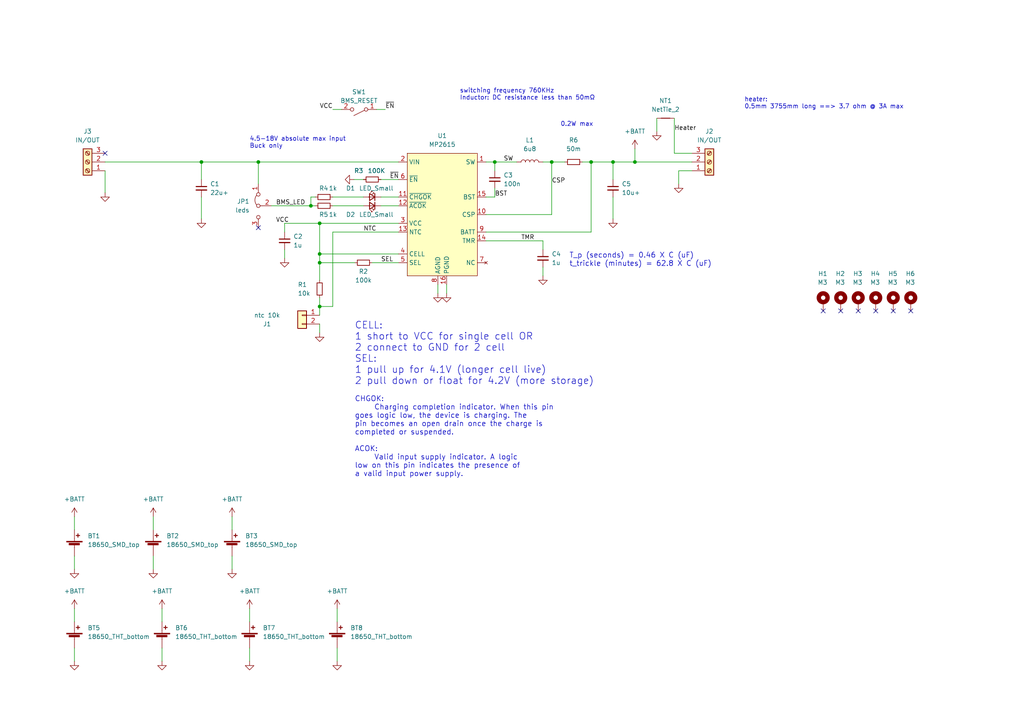
<source format=kicad_sch>
(kicad_sch (version 20211123) (generator eeschema)
  (paper "A4")
  (lib_symbols
    (symbol "Connector:Screw_Terminal_01x03" (pin_names (offset 1.016) hide)
      (property "Reference" "J" (at 0 5.08 0))
      (property "Value" "Screw_Terminal_01x03" (at 0 -5.08 0))
      (symbol "Screw_Terminal_01x03_1_1"
        (rectangle (start -1.27 3.81) (end 1.27 -3.81) (stroke (width 0.254)) (fill (type background)))
        (circle (center 0 -2.54) (radius 0.635) (stroke (width 0.1524)))
        (polyline (pts (xy -0.5334 -2.2098) (xy 0.3302 -3.048)) (stroke (width 0.1524)))
        (polyline (pts (xy -0.5334 0.3302) (xy 0.3302 -0.508)) (stroke (width 0.1524)))
        (polyline (pts (xy -0.5334 2.8702) (xy 0.3302 2.032)) (stroke (width 0.1524)))
        (polyline (pts (xy -0.3556 -2.032) (xy 0.508 -2.8702)) (stroke (width 0.1524)))
        (polyline (pts (xy -0.3556 0.508) (xy 0.508 -0.3302)) (stroke (width 0.1524)))
        (polyline (pts (xy -0.3556 3.048) (xy 0.508 2.2098)) (stroke (width 0.1524)))
        (circle (center 0 0) (radius 0.635) (stroke (width 0.1524)))
        (circle (center 0 2.54) (radius 0.635) (stroke (width 0.1524)))
        (pin passive line (at -5.08 2.54 0) (length 3.81) (name "Pin_1") (number "1"))
        (pin passive line (at -5.08 0 0) (length 3.81) (name "Pin_2") (number "2"))
        (pin passive line (at -5.08 -2.54 0) (length 3.81) (name "Pin_3") (number "3"))
      )
    )
    (symbol "Connector_Generic:Conn_01x02" (pin_names (offset 1.016) hide)
      (property "Reference" "J" (at 0 2.54 0))
      (property "Value" "Conn_01x02" (at 0 -5.08 0))
      (symbol "Conn_01x02_1_1"
        (rectangle (start -1.27 -2.413) (end 0 -2.667) (stroke (width 0.1524)))
        (rectangle (start -1.27 0.127) (end 0 -0.127) (stroke (width 0.1524)))
        (rectangle (start -1.27 1.27) (end 1.27 -3.81) (stroke (width 0.254)) (fill (type background)))
        (pin passive line (at -5.08 0 0) (length 3.81) (name "Pin_1") (number "1"))
        (pin passive line (at -5.08 -2.54 0) (length 3.81) (name "Pin_2") (number "2"))
      )
    )
    (symbol "Device:Battery_Cell" (pin_numbers hide) (pin_names (offset 0) hide)
      (property "Reference" "BT" (at 2.54 2.54 0))
      (property "Value" "Battery_Cell" (at 2.54 0 0))
      (symbol "Battery_Cell_0_1"
        (rectangle (start -2.286 1.778) (end 2.286 1.524) (fill (type outline)))
        (rectangle (start -1.5748 1.1938) (end 1.4732 0.6858) (fill (type outline)))
        (polyline (pts (xy 0 0.762) (xy 0 0)))
        (polyline (pts (xy 0 1.778) (xy 0 2.54)))
        (polyline (pts (xy 0.508 3.429) (xy 1.524 3.429)) (stroke (width 0.254)))
        (polyline (pts (xy 1.016 3.937) (xy 1.016 2.921)) (stroke (width 0.254)))
      )
      (symbol "Battery_Cell_1_1"
        (pin passive line (at 0 5.08 270) (length 2.54) (name "+") (number "1"))
        (pin passive line (at 0 -2.54 90) (length 2.54) (name "-") (number "2"))
      )
    )
    (symbol "Device:C_Small" (pin_numbers hide) (pin_names (offset 0.254) hide)
      (property "Reference" "C" (at 0.254 1.778 0))
      (property "Value" "C_Small" (at 0.254 -2.032 0))
      (symbol "C_Small_0_1"
        (polyline (pts (xy -1.524 -0.508) (xy 1.524 -0.508)) (stroke (width 0.3302)))
        (polyline (pts (xy -1.524 0.508) (xy 1.524 0.508)) (stroke (width 0.3048)))
      )
      (symbol "C_Small_1_1"
        (pin passive line (at 0 2.54 270) (length 2.032) (name "~") (number "1"))
        (pin passive line (at 0 -2.54 90) (length 2.032) (name "~") (number "2"))
      )
    )
    (symbol "Device:L" (pin_numbers hide) (pin_names (offset 1.016) hide)
      (property "Reference" "L" (at -1.27 0 90))
      (property "Value" "L" (at 1.905 0 90))
      (symbol "L_0_1"
        (arc (start 0 -2.54) (mid 0.635 -1.905) (end 0 -1.27))
        (arc (start 0 -1.27) (mid 0.635 -0.635) (end 0 0))
        (arc (start 0 0) (mid 0.635 0.635) (end 0 1.27))
        (arc (start 0 1.27) (mid 0.635 1.905) (end 0 2.54))
      )
      (symbol "L_1_1"
        (pin passive line (at 0 3.81 270) (length 1.27) (name "1") (number "1"))
        (pin passive line (at 0 -3.81 90) (length 1.27) (name "2") (number "2"))
      )
    )
    (symbol "Device:LED_Small" (pin_numbers hide) (pin_names (offset 0.254) hide)
      (property "Reference" "D" (at -1.27 3.175 0))
      (property "Value" "LED_Small" (at -4.445 -2.54 0))
      (symbol "LED_Small_0_1"
        (polyline (pts (xy -0.762 -1.016) (xy -0.762 1.016)) (stroke (width 0.254)))
        (polyline (pts (xy 1.016 0) (xy -0.762 0)))
        (polyline (pts (xy 0.762 -1.016) (xy -0.762 0) (xy 0.762 1.016) (xy 0.762 -1.016)) (stroke (width 0.254)))
        (polyline (pts (xy 0 0.762) (xy -0.508 1.27) (xy -0.254 1.27) (xy -0.508 1.27) (xy -0.508 1.016)))
        (polyline (pts (xy 0.508 1.27) (xy 0 1.778) (xy 0.254 1.778) (xy 0 1.778) (xy 0 1.524)))
      )
      (symbol "LED_Small_1_1"
        (pin passive line (at -2.54 0 0) (length 1.778) (name "K") (number "1"))
        (pin passive line (at 2.54 0 180) (length 1.778) (name "A") (number "2"))
      )
    )
    (symbol "Device:NetTie_2" (pin_numbers hide) (pin_names (offset 0) hide)
      (property "Reference" "NT" (at 0 1.27 0))
      (property "Value" "NetTie_2" (at 0 -1.27 0))
      (symbol "NetTie_2_0_1"
        (polyline (pts (xy -1.27 0) (xy 1.27 0)) (stroke (width 0.254)))
      )
      (symbol "NetTie_2_1_1"
        (pin passive line (at -2.54 0 0) (length 2.54) (name "1") (number "1"))
        (pin passive line (at 2.54 0 180) (length 2.54) (name "2") (number "2"))
      )
    )
    (symbol "Device:R_Small" (pin_numbers hide) (pin_names (offset 0.254) hide)
      (property "Reference" "R" (at 0.762 0.508 0))
      (property "Value" "R_Small" (at 0.762 -1.016 0))
      (symbol "R_Small_0_1"
        (rectangle (start -0.762 1.778) (end 0.762 -1.778) (stroke (width 0.2032)))
      )
      (symbol "R_Small_1_1"
        (pin passive line (at 0 2.54 270) (length 0.762) (name "~") (number "1"))
        (pin passive line (at 0 -2.54 90) (length 0.762) (name "~") (number "2"))
      )
    )
    (symbol "Jumper:Jumper_3_Bridged12" (pin_names (offset 0) hide)
      (property "Reference" "JP" (at -2.54 -2.54 0))
      (property "Value" "Jumper_3_Bridged12" (at 0 2.794 0))
      (symbol "Jumper_3_Bridged12_0_0"
        (circle (center -3.302 0) (radius 0.508))
        (circle (center 0 0) (radius 0.508))
        (circle (center 3.302 0) (radius 0.508))
      )
      (symbol "Jumper_3_Bridged12_0_1"
        (arc (start -0.254 0.508) (mid -1.651 0.9912) (end -3.048 0.508))
        (polyline (pts (xy 0 -1.27) (xy 0 -0.508)))
      )
      (symbol "Jumper_3_Bridged12_1_1"
        (pin passive line (at -6.35 0 0) (length 2.54) (name "A") (number "1"))
        (pin passive line (at 0 -3.81 90) (length 2.54) (name "C") (number "2"))
        (pin passive line (at 6.35 0 180) (length 2.54) (name "B") (number "3"))
      )
    )
    (symbol "Mechanical:MountingHole_Pad" (pin_numbers hide) (pin_names (offset 1.016) hide)
      (property "Reference" "H" (at 0 6.35 0))
      (property "Value" "MountingHole_Pad" (at 0 4.445 0))
      (symbol "MountingHole_Pad_0_1"
        (circle (center 0 1.27) (radius 1.27) (stroke (width 1.27)))
      )
      (symbol "MountingHole_Pad_1_1"
        (pin input line (at 0 -2.54 90) (length 2.54) (name "1") (number "1"))
      )
    )
    (symbol "My_custom_lib:MP2615"
      (property "Reference" "U" (at 0 22.86 0))
      (property "Value" "MP2615" (at 0 20.32 0))
      (symbol "MP2615_0_1"
        (rectangle (start -10.16 17.78) (end 10.16 -17.78) (fill (type background)))
      )
      (symbol "MP2615_1_1"
        (pin power_out line (at 12.7 15.24 180) (length 2.54) (name "SW") (number "1"))
        (pin input line (at 12.7 0 180) (length 2.54) (name "CSP") (number "10"))
        (pin input line (at -12.7 5.08 0) (length 2.54) (name "~{CHGOK}") (number "11"))
        (pin input line (at -12.7 2.54 0) (length 2.54) (name "~{ACOK}") (number "12"))
        (pin input line (at -12.7 -5.08 0) (length 2.54) (name "NTC") (number "13"))
        (pin input line (at 12.7 -7.62 180) (length 2.54) (name "TMR") (number "14"))
        (pin input line (at 12.7 5.08 180) (length 2.54) (name "BST") (number "15"))
        (pin power_in line (at 1.27 -20.32 90) (length 2.54) (name "PGND") (number "16"))
        (pin power_in line (at -12.7 15.24 0) (length 2.54) (name "VIN") (number "2"))
        (pin power_out line (at -12.7 -2.54 0) (length 2.54) (name "VCC") (number "3"))
        (pin input line (at -12.7 -11.43 0) (length 2.54) (name "CELL") (number "4"))
        (pin input line (at -12.7 -13.97 0) (length 2.54) (name "SEL") (number "5"))
        (pin input line (at -12.7 10.16 0) (length 2.54) (name "~{EN}") (number "6"))
        (pin no_connect line (at 12.7 -13.97 180) (length 2.54) (name "NC") (number "7"))
        (pin power_in line (at -1.27 -20.32 90) (length 2.54) (name "AGND") (number "8"))
        (pin input line (at 12.7 -5.08 180) (length 2.54) (name "BATT") (number "9"))
      )
    )
    (symbol "Switch:SW_SPST" (pin_names (offset 0) hide)
      (property "Reference" "SW" (at 0 3.175 0))
      (property "Value" "SW_SPST" (at 0 -2.54 0))
      (symbol "SW_SPST_0_0"
        (circle (center -2.032 0) (radius 0.508))
        (polyline (pts (xy -1.524 0.254) (xy 1.524 1.778)))
        (circle (center 2.032 0) (radius 0.508))
      )
      (symbol "SW_SPST_1_1"
        (pin passive line (at -5.08 0 0) (length 2.54) (name "A") (number "1"))
        (pin passive line (at 5.08 0 180) (length 2.54) (name "B") (number "2"))
      )
    )
    (symbol "power:+BATT" (power) (pin_names (offset 0))
      (property "Value" "+BATT" (at 0 3.556 0))
      (symbol "+BATT_0_1"
        (polyline (pts (xy -0.762 1.27) (xy 0 2.54)))
        (polyline (pts (xy 0 0) (xy 0 2.54)))
        (polyline (pts (xy 0 2.54) (xy 0.762 1.27)))
      )
      (symbol "+BATT_1_1"
        (pin power_in line (at 0 0 90) (length 0) hide (name "+BATT") (number "1"))
      )
    )
    (symbol "power:GND" (power) (pin_names (offset 0))
      (property "Value" "GND" (at 0 -3.81 0))
      (symbol "GND_0_1"
        (polyline (pts (xy 0 0) (xy 0 -1.27) (xy 1.27 -1.27) (xy 0 -2.54) (xy -1.27 -1.27) (xy 0 -1.27)))
      )
      (symbol "GND_1_1"
        (pin power_in line (at 0 0 270) (length 0) hide (name "GND") (number "1"))
      )
    )
  )
  (junction (at 92.71 88.9))
  (junction (at 92.71 64.77))
  (junction (at 171.45 46.99))
  (junction (at 74.93 46.99))
  (junction (at 160.02 46.99))
  (junction (at 92.71 76.2))
  (junction (at 92.71 73.66))
  (junction (at 143.51 46.99))
  (junction (at 177.8 46.99))
  (junction (at 58.42 46.99))
  (junction (at 184.15 46.99))
  (junction (at 90.17 59.69))
  (no_connect (at 30.48 44.45))
  (no_connect (at 74.93 66.04))
  (no_connect (at 254 90.17))
  (no_connect (at 259.08 90.17))
  (no_connect (at 264.16 90.17))
  (no_connect (at 238.76 90.17))
  (no_connect (at 243.84 90.17))
  (no_connect (at 248.92 90.17))
  (wire (pts (xy 46.99 176.53) (xy 46.99 180.34)))
  (wire (pts (xy 184.15 46.99) (xy 200.66 46.99)))
  (wire (pts (xy 171.45 46.99) (xy 171.45 67.31)))
  (wire (pts (xy 21.59 176.53) (xy 21.59 180.34)))
  (wire (pts (xy 46.99 187.96) (xy 46.99 191.77)))
  (wire (pts (xy 196.85 49.53) (xy 196.85 53.34)))
  (wire (pts (xy 171.45 46.99) (xy 177.8 46.99)))
  (wire (pts (xy 92.71 64.77) (xy 115.57 64.77)))
  (wire (pts (xy 92.71 93.98) (xy 92.71 96.52)))
  (wire (pts (xy 30.48 49.53) (xy 30.48 55.88)))
  (wire (pts (xy 110.49 57.15) (xy 115.57 57.15)))
  (wire (pts (xy 109.22 31.75) (xy 111.76 31.75)))
  (wire (pts (xy 157.48 72.39) (xy 157.48 69.85)))
  (wire (pts (xy 78.74 59.69) (xy 90.17 59.69)))
  (wire (pts (xy 21.59 187.96) (xy 21.59 191.77)))
  (wire (pts (xy 110.49 52.07) (xy 115.57 52.07)))
  (wire (pts (xy 92.71 76.2) (xy 92.71 81.28)))
  (wire (pts (xy 160.02 46.99) (xy 163.83 46.99)))
  (wire (pts (xy 92.71 88.9) (xy 96.52 88.9)))
  (wire (pts (xy 58.42 46.99) (xy 74.93 46.99)))
  (wire (pts (xy 168.91 46.99) (xy 171.45 46.99)))
  (wire (pts (xy 44.45 161.29) (xy 44.45 165.1)))
  (wire (pts (xy 44.45 149.86) (xy 44.45 153.67)))
  (wire (pts (xy 157.48 77.47) (xy 157.48 80.01)))
  (wire (pts (xy 127 82.55) (xy 127 85.09)))
  (wire (pts (xy 96.52 59.69) (xy 105.41 59.69)))
  (wire (pts (xy 21.59 161.29) (xy 21.59 165.1)))
  (wire (pts (xy 177.8 46.99) (xy 177.8 52.07)))
  (wire (pts (xy 195.58 34.29) (xy 195.58 44.45)))
  (wire (pts (xy 96.52 31.75) (xy 99.06 31.75)))
  (wire (pts (xy 96.52 67.31) (xy 115.57 67.31)))
  (wire (pts (xy 90.17 57.15) (xy 90.17 59.69)))
  (wire (pts (xy 107.95 76.2) (xy 115.57 76.2)))
  (wire (pts (xy 177.8 46.99) (xy 184.15 46.99)))
  (wire (pts (xy 97.79 176.53) (xy 97.79 180.34)))
  (wire (pts (xy 67.31 161.29) (xy 67.31 165.1)))
  (wire (pts (xy 30.48 46.99) (xy 58.42 46.99)))
  (wire (pts (xy 92.71 76.2) (xy 102.87 76.2)))
  (wire (pts (xy 157.48 46.99) (xy 160.02 46.99)))
  (wire (pts (xy 143.51 57.15) (xy 143.51 54.61)))
  (wire (pts (xy 102.6596 52.07) (xy 105.41 52.07)))
  (wire (pts (xy 200.66 49.53) (xy 196.85 49.53)))
  (wire (pts (xy 195.58 44.45) (xy 200.66 44.45)))
  (wire (pts (xy 129.54 82.55) (xy 129.54 85.09)))
  (wire (pts (xy 82.55 67.31) (xy 82.55 64.77)))
  (wire (pts (xy 92.71 73.66) (xy 115.57 73.66)))
  (wire (pts (xy 58.42 46.99) (xy 58.42 52.07)))
  (wire (pts (xy 140.97 46.99) (xy 143.51 46.99)))
  (wire (pts (xy 140.97 57.15) (xy 143.51 57.15)))
  (wire (pts (xy 72.39 176.53) (xy 72.39 180.34)))
  (wire (pts (xy 190.5 34.29) (xy 190.5 38.1)))
  (wire (pts (xy 140.97 62.23) (xy 160.02 62.23)))
  (wire (pts (xy 74.93 53.34) (xy 74.93 46.99)))
  (wire (pts (xy 143.51 49.53) (xy 143.51 46.99)))
  (wire (pts (xy 92.71 88.9) (xy 92.71 86.36)))
  (wire (pts (xy 140.97 69.85) (xy 157.48 69.85)))
  (wire (pts (xy 82.55 72.39) (xy 82.55 74.93)))
  (wire (pts (xy 58.42 57.15) (xy 58.42 63.5)))
  (wire (pts (xy 92.71 91.44) (xy 92.71 88.9)))
  (wire (pts (xy 92.71 73.66) (xy 92.71 76.2)))
  (wire (pts (xy 82.55 64.77) (xy 92.71 64.77)))
  (wire (pts (xy 67.31 149.86) (xy 67.31 153.67)))
  (wire (pts (xy 184.15 43.18) (xy 184.15 46.99)))
  (wire (pts (xy 171.45 67.31) (xy 140.97 67.31)))
  (wire (pts (xy 90.17 59.69) (xy 91.44 59.69)))
  (wire (pts (xy 96.52 67.31) (xy 96.52 88.9)))
  (wire (pts (xy 110.49 59.69) (xy 115.57 59.69)))
  (wire (pts (xy 177.8 57.15) (xy 177.8 63.5)))
  (wire (pts (xy 74.93 46.99) (xy 115.57 46.99)))
  (wire (pts (xy 143.51 46.99) (xy 149.86 46.99)))
  (wire (pts (xy 96.52 57.15) (xy 105.41 57.15)))
  (wire (pts (xy 160.02 62.23) (xy 160.02 46.99)))
  (wire (pts (xy 91.44 57.15) (xy 90.17 57.15)))
  (wire (pts (xy 97.79 187.96) (xy 97.79 191.77)))
  (wire (pts (xy 21.59 149.86) (xy 21.59 153.67)))
  (wire (pts (xy 72.39 187.96) (xy 72.39 191.77)))
  (wire (pts (xy 92.71 64.77) (xy 92.71 73.66)))
  (text "0.2W max" (at 162.56 36.83 0) (effects (font (size 1.27 1.27)) (justify left bottom)))
  (text "heater: \n0.5mm 3755mm long ==> 3.7 ohm @ 3A max" (at 215.9 31.75 0) (effects (font (size 1.27 1.27)) (justify left bottom)))
  (text "T_p (seconds) = 0.46 X C (uF)\nt_trickle (minutes) = 62.8 X C (uF)" (at 165.1 77.47 0) (effects (font (size 1.5 1.5)) (justify left bottom)))
  (text "4.5-18V absolute max input\nBuck only" (at 72.39 43.18 0) (effects (font (size 1.27 1.27)) (justify left bottom)))
  (text "switching frequency 760KHz\nInductor: DC resistance less than 50mΩ" (at 133.35 29.21 0) (effects (font (size 1.27 1.27)) (justify left bottom)))
  (text "CELL:\n1 short to VCC for single cell OR\n2 connect to GND for 2 cell\nSEL:\n1 pull up for 4.1V (longer cell live) \n2 pull down or float for 4.2V (more storage)\n" (at 102.87 111.76 0) (effects (font (size 2 2)) (justify left bottom)))
  (text "CHGOK:\n	Charging completion indicator. When this pin\ngoes logic low, the device is charging. The\npin becomes an open drain once the charge is\ncompleted or suspended.\n\nACOK:\n	Valid input supply indicator. A logic\nlow on this pin indicates the presence of\na valid input power supply." (at 102.87 138.43 0) (effects (font (size 1.5 1.5)) (justify left bottom)))
  (label "TMR" (at 151.13 69.85 0))
  (label "SEL" (at 110.49 76.2 0))
  (label "NTC" (at 105.41 67.31 0))
  (label "~{EN}" (at 111.76 31.75 0))
  (label "SW" (at 146.05 46.99 0))
  (label "VCC" (at 96.52 31.75 180))
  (label "BMS_LED" (at 80.01 59.69 0))
  (label "CSP" (at 160.02 53.34 0))
  (label "~{EN}" (at 113.03 52.07 0))
  (label "VCC" (at 83.82 64.77 180))
  (label "BST" (at 143.51 57.15 0))
  (label "Heater" (at 195.58 38.1 0))
  (symbol (lib_id "Switch:SW_SPST") (at 104.14 31.75 180) (unit 1)
    (property "Reference" "SW1" (at 104.14 26.67 0))
    (property "Value" "BMS_RESET" (at 104.14 29.21 0))
    (property "Footprint" "SamacSys_Parts:PTS526SK15SMTR2LFS" (effects hide))
  )
  (symbol (lib_id "Mechanical:MountingHole_Pad") (at 248.92 87.63 0) (unit 1) (in_bom no)
    (property "Reference" "H3" (at 250.19 79.375 0) (effects (justify right)))
    (property "Value" "M3" (at 250.19 81.915 0) (effects (justify right)))
    (property "Footprint" "MountingHole:MountingHole_3.2mm_M3_ISO7380_Pad_TopBottom" (effects hide))
  )
  (symbol (lib_id "power:GND") (at 67.31 165.1 0) (unit 1)
    (property "Reference" "#PWR0116" (effects hide))
    (property "Value" "GND" (effects hide))
  )
  (symbol (lib_id "Device:Battery_Cell") (at 21.59 158.75 0) (unit 1)
    (property "Reference" "BT1" (at 25.4 155.4479 0) (effects (justify left)))
    (property "Value" "18650_SMD_top" (at 25.4 157.9879 0) (effects (justify left)))
    (property "Footprint" "Z_mycustom_footprint_lib:MYOUNG BH 18650 B1BA002" (effects hide))
  )
  (symbol (lib_id "Device:Battery_Cell") (at 44.45 158.75 0) (unit 1)
    (property "Reference" "BT2" (at 48.26 155.4479 0) (effects (justify left)))
    (property "Value" "18650_SMD_top" (at 48.26 157.9879 0) (effects (justify left)))
    (property "Footprint" "Z_mycustom_footprint_lib:MYOUNG BH 18650 B1BA002" (effects hide))
  )
  (symbol (lib_id "power:GND") (at 72.39 191.77 0) (unit 1)
    (property "Reference" "#PWR0125" (effects hide))
    (property "Value" "GND" (effects hide))
  )
  (symbol (lib_id "power:GND") (at 157.48 80.01 0) (unit 1)
    (property "Reference" "#PWR0102" (effects hide))
    (property "Value" "GND" (effects hide))
  )
  (symbol (lib_id "power:GND") (at 102.6596 52.07 270) (unit 1)
    (property "Reference" "#PWR0105" (effects hide))
    (property "Value" "GND" (effects hide))
  )
  (symbol (lib_id "Mechanical:MountingHole_Pad") (at 238.76 87.63 0) (unit 1) (in_bom no)
    (property "Reference" "H1" (at 240.03 79.375 0) (effects (justify right)))
    (property "Value" "M3" (at 240.03 81.915 0) (effects (justify right)))
    (property "Footprint" "MountingHole:MountingHole_3.2mm_M3_ISO7380_Pad_TopBottom" (effects hide))
  )
  (symbol (lib_id "Device:R_Small") (at 92.71 83.82 180) (unit 1)
    (property "Reference" "R1" (at 86.36 82.55 0) (effects (justify right)))
    (property "Value" "10k" (at 86.36 85.09 0) (effects (justify right)))
    (property "Footprint" "Resistor_SMD:R_0603_1608Metric_Pad0.98x0.95mm_HandSolder" (effects hide))
  )
  (symbol (lib_id "Device:C_Small") (at 177.8 54.61 0) (unit 1)
    (property "Reference" "C5" (at 180.34 53.3462 0) (effects (justify left)))
    (property "Value" "10u+" (at 180.34 55.8862 0) (effects (justify left)))
    (property "Footprint" "Capacitor_SMD:C_0603_1608Metric_Pad1.08x0.95mm_HandSolder" (effects hide))
  )
  (symbol (lib_id "Device:R_Small") (at 107.95 52.07 270) (unit 1)
    (property "Reference" "R3" (at 105.41 49.53 90) (effects (justify right)))
    (property "Value" "100K" (at 111.76 49.53 90) (effects (justify right)))
    (property "Footprint" "Resistor_SMD:R_0603_1608Metric_Pad0.98x0.95mm_HandSolder" (effects hide))
  )
  (symbol (lib_id "Jumper:Jumper_3_Bridged12") (at 74.93 59.69 90) (mirror x) (unit 1) (in_bom no)
    (property "Reference" "JP1" (at 72.39 58.4199 90) (effects (justify left)))
    (property "Value" "leds" (at 72.39 60.9599 90) (effects (justify left)))
    (property "Footprint" "Connector_PinHeader_2.54mm:PinHeader_1x03_P2.54mm_Vertical" (effects hide))
  )
  (symbol (lib_id "power:GND") (at 82.55 74.93 0) (unit 1)
    (property "Reference" "#PWR0106" (effects hide))
    (property "Value" "GND" (effects hide))
  )
  (symbol (lib_id "Device:Battery_Cell") (at 21.59 185.42 0) (unit 1)
    (property "Reference" "BT5" (at 25.4 182.1179 0) (effects (justify left)))
    (property "Value" "18650_THT_bottom" (at 25.4 184.6579 0) (effects (justify left)))
    (property "Footprint" "Z_mycustom_footprint_lib:MYOUNG MY-18650-01" (effects hide))
  )
  (symbol (lib_id "Device:C_Small") (at 58.42 54.61 0) (unit 1)
    (property "Reference" "C1" (at 60.96 53.3462 0) (effects (justify left)))
    (property "Value" "22u+" (at 60.96 55.8862 0) (effects (justify left)))
    (property "Footprint" "Capacitor_SMD:C_0603_1608Metric_Pad1.08x0.95mm_HandSolder" (effects hide))
  )
  (symbol (lib_id "Device:LED_Small") (at 107.95 59.69 180) (unit 1)
    (property "Reference" "D2" (at 100.33 62.23 0) (effects (justify right)))
    (property "Value" "LED_Small" (at 104.14 62.23 0) (effects (justify right)))
    (property "Footprint" "LED_SMD:LED_0603_1608Metric_Pad1.05x0.95mm_HandSolder" (effects hide))
  )
  (symbol (lib_id "Mechanical:MountingHole_Pad") (at 259.08 87.63 0) (unit 1) (in_bom no)
    (property "Reference" "H5" (at 260.35 79.375 0) (effects (justify right)))
    (property "Value" "M3" (at 260.35 81.915 0) (effects (justify right)))
    (property "Footprint" "MountingHole:MountingHole_3.2mm_M3_ISO7380_Pad_TopBottom" (effects hide))
  )
  (symbol (lib_id "power:GND") (at 21.59 165.1 0) (unit 1)
    (property "Reference" "#PWR0112" (effects hide))
    (property "Value" "GND" (effects hide))
  )
  (symbol (lib_id "Mechanical:MountingHole_Pad") (at 264.16 87.63 0) (unit 1) (in_bom no)
    (property "Reference" "H6" (at 265.43 79.375 0) (effects (justify right)))
    (property "Value" "M3" (at 265.43 81.915 0) (effects (justify right)))
    (property "Footprint" "MountingHole:MountingHole_3.2mm_M3_ISO7380_Pad_TopBottom" (effects hide))
  )
  (symbol (lib_id "Device:C_Small") (at 143.51 52.07 0) (unit 1)
    (property "Reference" "C3" (at 146.05 50.8062 0) (effects (justify left)))
    (property "Value" "100n" (at 146.05 53.3462 0) (effects (justify left)))
    (property "Footprint" "Capacitor_SMD:C_0603_1608Metric_Pad1.08x0.95mm_HandSolder" (effects hide))
  )
  (symbol (lib_id "Device:R_Small") (at 105.41 76.2 90) (unit 1)
    (property "Reference" "R2" (at 105.41 78.74 90))
    (property "Value" "100k" (at 105.41 81.28 90))
    (property "Footprint" "Resistor_SMD:R_0603_1608Metric_Pad0.98x0.95mm_HandSolder" (effects hide))
  )
  (symbol (lib_id "power:GND") (at 196.85 53.34 0) (unit 1)
    (property "Reference" "#PWR0110" (effects hide))
    (property "Value" "GND" (effects hide))
  )
  (symbol (lib_id "My_custom_lib:MP2615") (at 128.27 62.23 0) (unit 1)
    (property "Reference" "U1" (at 128.27 39.37 0))
    (property "Value" "MP2615" (at 128.27 41.91 0))
    (property "Footprint" "SamacSys_Parts:MP2615GQZ" (effects hide))
  )
  (symbol (lib_id "power:GND") (at 21.59 191.77 0) (unit 1)
    (property "Reference" "#PWR0120" (effects hide))
    (property "Value" "GND" (effects hide))
  )
  (symbol (lib_id "Device:Battery_Cell") (at 46.99 185.42 0) (unit 1)
    (property "Reference" "BT6" (at 50.8 182.1179 0) (effects (justify left)))
    (property "Value" "18650_THT_bottom" (at 50.8 184.6579 0) (effects (justify left)))
    (property "Footprint" "Z_mycustom_footprint_lib:MYOUNG MY-18650-01" (effects hide))
  )
  (symbol (lib_id "Device:Battery_Cell") (at 97.79 185.42 0) (unit 1)
    (property "Reference" "BT8" (at 101.6 182.1179 0) (effects (justify left)))
    (property "Value" "18650_THT_bottom" (at 101.6 184.6579 0) (effects (justify left)))
    (property "Footprint" "Z_mycustom_footprint_lib:MYOUNG MY-18650-01" (effects hide))
  )
  (symbol (lib_id "power:+BATT") (at 46.99 176.53 0) (unit 1)
    (property "Reference" "#PWR0123" (effects hide))
    (property "Value" "+BATT" (at 46.99 171.45 0))
  )
  (symbol (lib_id "power:GND") (at 129.54 85.09 0) (unit 1)
    (property "Reference" "#PWR0104" (effects hide))
    (property "Value" "GND" (effects hide))
  )
  (symbol (lib_id "power:+BATT") (at 21.59 176.53 0) (unit 1)
    (property "Reference" "#PWR0121" (effects hide))
    (property "Value" "+BATT" (at 21.59 171.45 0))
  )
  (symbol (lib_id "Connector:Screw_Terminal_01x03") (at 205.74 46.99 0) (mirror x) (unit 1)
    (property "Reference" "J2" (at 205.74 38.1 0))
    (property "Value" "IN/OUT" (at 205.74 40.64 0))
    (property "Footprint" "TerminalBlock:TerminalBlock_Altech_AK300-3_P5.00mm" (effects hide))
  )
  (symbol (lib_id "Device:C_Small") (at 82.55 69.85 0) (unit 1)
    (property "Reference" "C2" (at 85.09 68.5862 0) (effects (justify left)))
    (property "Value" "1u" (at 85.09 71.1262 0) (effects (justify left)))
    (property "Footprint" "Capacitor_SMD:C_0603_1608Metric_Pad1.08x0.95mm_HandSolder" (effects hide))
  )
  (symbol (lib_id "power:GND") (at 177.8 63.5 0) (unit 1)
    (property "Reference" "#PWR0109" (effects hide))
    (property "Value" "GND" (effects hide))
  )
  (symbol (lib_id "Device:Battery_Cell") (at 72.39 185.42 0) (unit 1)
    (property "Reference" "BT7" (at 76.2 182.1179 0) (effects (justify left)))
    (property "Value" "18650_THT_bottom" (at 76.2 184.6579 0) (effects (justify left)))
    (property "Footprint" "Z_mycustom_footprint_lib:MYOUNG MY-18650-01" (effects hide))
  )
  (symbol (lib_id "Connector_Generic:Conn_01x02") (at 87.63 91.44 0) (mirror y) (unit 1)
    (property "Reference" "J1" (at 77.47 93.98 0))
    (property "Value" "ntc 10k" (at 77.47 91.44 0))
    (property "Footprint" "Connector_PinSocket_2.54mm:PinSocket_1x02_P2.54mm_Vertical" (effects hide))
  )
  (symbol (lib_id "Device:R_Small") (at 93.98 57.15 270) (unit 1)
    (property "Reference" "R4" (at 95.25 54.6101 90) (effects (justify right)))
    (property "Value" "1k" (at 97.79 54.61 90) (effects (justify right)))
    (property "Footprint" "Resistor_SMD:R_0603_1608Metric_Pad0.98x0.95mm_HandSolder" (effects hide))
  )
  (symbol (lib_id "Mechanical:MountingHole_Pad") (at 243.84 87.63 0) (unit 1) (in_bom no)
    (property "Reference" "H2" (at 245.11 79.375 0) (effects (justify right)))
    (property "Value" "M3" (at 245.11 81.915 0) (effects (justify right)))
    (property "Footprint" "MountingHole:MountingHole_3.2mm_M3_ISO7380_Pad_TopBottom" (effects hide))
  )
  (symbol (lib_id "Device:C_Small") (at 157.48 74.93 0) (unit 1)
    (property "Reference" "C4" (at 160.02 73.6662 0) (effects (justify left)))
    (property "Value" "1u" (at 160.02 76.2062 0) (effects (justify left)))
    (property "Footprint" "Capacitor_SMD:C_0603_1608Metric_Pad1.08x0.95mm_HandSolder" (effects hide))
  )
  (symbol (lib_id "power:GND") (at 127 85.09 0) (unit 1)
    (property "Reference" "#PWR0103" (effects hide))
    (property "Value" "GND" (effects hide))
  )
  (symbol (lib_id "power:GND") (at 92.71 96.52 0) (unit 1)
    (property "Reference" "#PWR0108" (effects hide))
    (property "Value" "GND" (effects hide))
  )
  (symbol (lib_id "power:GND") (at 30.48 55.88 0) (unit 1)
    (property "Reference" "#PWR0111" (effects hide))
    (property "Value" "GND" (effects hide))
  )
  (symbol (lib_id "Device:Battery_Cell") (at 67.31 158.75 0) (unit 1)
    (property "Reference" "BT3" (at 71.12 155.4479 0) (effects (justify left)))
    (property "Value" "18650_SMD_top" (at 71.12 157.9879 0) (effects (justify left)))
    (property "Footprint" "Z_mycustom_footprint_lib:MYOUNG BH 18650 B1BA002" (effects hide))
  )
  (symbol (lib_id "power:+BATT") (at 184.15 43.18 0) (unit 1)
    (property "Reference" "#PWR0101" (effects hide))
    (property "Value" "+BATT" (at 184.15 38.1 0))
  )
  (symbol (lib_id "Device:L") (at 153.67 46.99 90) (unit 1)
    (property "Reference" "L1" (at 153.67 40.64 90))
    (property "Value" "6u8" (at 153.67 43.18 90))
    (property "Footprint" "Z_mycustom_footprint_lib:inductor 6x6mm" (effects hide))
  )
  (symbol (lib_id "Mechanical:MountingHole_Pad") (at 254 87.63 0) (unit 1) (in_bom no)
    (property "Reference" "H4" (at 255.27 79.375 0) (effects (justify right)))
    (property "Value" "M3" (at 255.27 81.915 0) (effects (justify right)))
    (property "Footprint" "MountingHole:MountingHole_3.2mm_M3_ISO7380_Pad_TopBottom" (effects hide))
  )
  (symbol (lib_id "power:+BATT") (at 21.59 149.86 0) (unit 1)
    (property "Reference" "#PWR0113" (effects hide))
    (property "Value" "+BATT" (at 21.59 144.78 0))
  )
  (symbol (lib_id "Connector:Screw_Terminal_01x03") (at 25.4 46.99 180) (unit 1)
    (property "Reference" "J3" (at 25.4 38.1 0))
    (property "Value" "IN/OUT" (at 25.4 40.64 0))
    (property "Footprint" "TerminalBlock:TerminalBlock_Altech_AK300-2_P5.00mm" (effects hide))
  )
  (symbol (lib_id "power:GND") (at 190.5 38.1 0) (unit 1)
    (property "Reference" "#PWR0118" (effects hide))
    (property "Value" "GND" (effects hide))
  )
  (symbol (lib_id "power:GND") (at 58.42 63.5 0) (unit 1)
    (property "Reference" "#PWR0107" (effects hide))
    (property "Value" "GND" (effects hide))
  )
  (symbol (lib_id "power:GND") (at 46.99 191.77 0) (unit 1)
    (property "Reference" "#PWR0122" (effects hide))
    (property "Value" "GND" (effects hide))
  )
  (symbol (lib_id "Device:R_Small") (at 166.37 46.99 90) (unit 1)
    (property "Reference" "R6" (at 166.37 40.64 90))
    (property "Value" "50m" (at 166.37 43.18 90))
    (property "Footprint" "Resistor_SMD:R_0805_2012Metric" (effects hide))
  )
  (symbol (lib_id "power:+BATT") (at 72.39 176.53 0) (unit 1)
    (property "Reference" "#PWR0124" (effects hide))
    (property "Value" "+BATT" (at 72.39 171.45 0))
  )
  (symbol (lib_id "power:+BATT") (at 44.45 149.86 0) (unit 1)
    (property "Reference" "#PWR0115" (effects hide))
    (property "Value" "+BATT" (at 44.45 144.78 0))
  )
  (symbol (lib_id "Device:NetTie_2") (at 193.04 34.29 0) (unit 1)
    (property "Reference" "NT1" (at 193.04 29.21 0))
    (property "Value" "NetTie_2" (at 193.04 31.75 0))
    (property "Footprint" "NetTie:NetTie-2_THT_Pad1.0mm" (effects hide))
  )
  (symbol (lib_id "power:+BATT") (at 67.31 149.86 0) (unit 1)
    (property "Reference" "#PWR0117" (effects hide))
    (property "Value" "+BATT" (at 67.31 144.78 0))
  )
  (symbol (lib_id "Device:LED_Small") (at 107.95 57.15 0) (mirror y) (unit 1)
    (property "Reference" "D1" (at 100.33 54.61 0) (effects (justify right)))
    (property "Value" "LED_Small" (at 104.14 54.61 0) (effects (justify right)))
    (property "Footprint" "LED_SMD:LED_0603_1608Metric_Pad1.05x0.95mm_HandSolder" (effects hide))
  )
  (symbol (lib_id "power:+BATT") (at 97.79 176.53 0) (unit 1)
    (property "Reference" "#PWR0127" (effects hide))
    (property "Value" "+BATT" (at 97.79 171.45 0))
  )
  (symbol (lib_id "power:GND") (at 97.79 191.77 0) (unit 1)
    (property "Reference" "#PWR0126" (effects hide))
    (property "Value" "GND" (effects hide))
  )
  (symbol (lib_id "Device:R_Small") (at 93.98 59.69 270) (unit 1)
    (property "Reference" "R5" (at 95.25 62.23 90) (effects (justify right)))
    (property "Value" "1k" (at 97.79 62.23 90) (effects (justify right)))
    (property "Footprint" "Resistor_SMD:R_0603_1608Metric_Pad0.98x0.95mm_HandSolder" (effects hide))
  )
  (symbol (lib_id "power:GND") (at 44.45 165.1 0) (unit 1)
    (property "Reference" "#PWR0114" (effects hide))
    (property "Value" "GND" (effects hide))
  )
)
</source>
